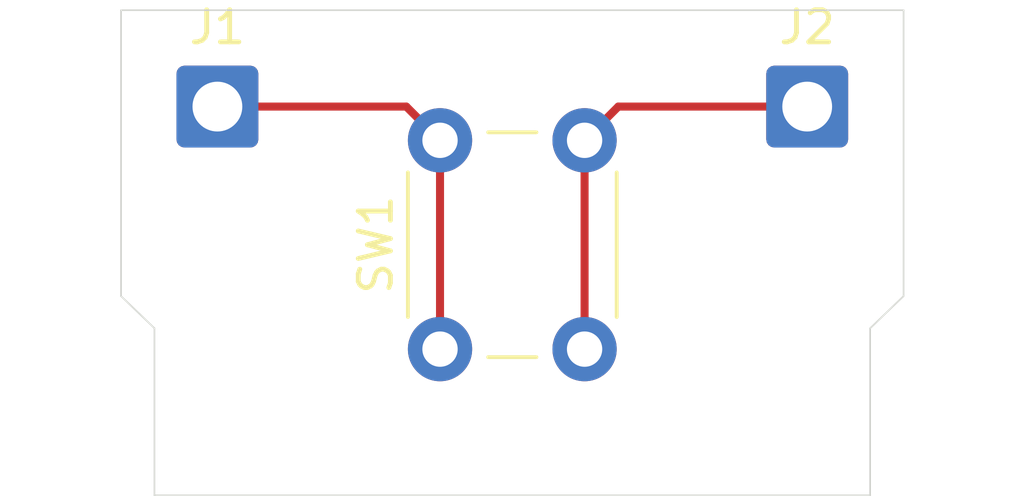
<source format=kicad_pcb>
(kicad_pcb (version 20171130) (host pcbnew "(5.1.10)-1")

  (general
    (thickness 1.6)
    (drawings 8)
    (tracks 6)
    (zones 0)
    (modules 3)
    (nets 3)
  )

  (page A4)
  (layers
    (0 F.Cu signal)
    (31 B.Cu signal)
    (32 B.Adhes user)
    (33 F.Adhes user)
    (34 B.Paste user)
    (35 F.Paste user)
    (36 B.SilkS user)
    (37 F.SilkS user)
    (38 B.Mask user)
    (39 F.Mask user)
    (40 Dwgs.User user)
    (41 Cmts.User user)
    (42 Eco1.User user)
    (43 Eco2.User user)
    (44 Edge.Cuts user)
    (45 Margin user)
    (46 B.CrtYd user)
    (47 F.CrtYd user)
    (48 B.Fab user)
    (49 F.Fab user)
  )

  (setup
    (last_trace_width 0.25)
    (trace_clearance 0.2)
    (zone_clearance 0.508)
    (zone_45_only no)
    (trace_min 0.2)
    (via_size 0.8)
    (via_drill 0.4)
    (via_min_size 0.4)
    (via_min_drill 0.3)
    (uvia_size 0.3)
    (uvia_drill 0.1)
    (uvias_allowed no)
    (uvia_min_size 0.2)
    (uvia_min_drill 0.1)
    (edge_width 0.05)
    (segment_width 0.2)
    (pcb_text_width 0.3)
    (pcb_text_size 1.5 1.5)
    (mod_edge_width 0.12)
    (mod_text_size 1 1)
    (mod_text_width 0.15)
    (pad_size 1.524 1.524)
    (pad_drill 0.762)
    (pad_to_mask_clearance 0)
    (aux_axis_origin 0 0)
    (visible_elements 7FFFFFFF)
    (pcbplotparams
      (layerselection 0x010fc_ffffffff)
      (usegerberextensions false)
      (usegerberattributes true)
      (usegerberadvancedattributes true)
      (creategerberjobfile true)
      (excludeedgelayer true)
      (linewidth 0.100000)
      (plotframeref false)
      (viasonmask false)
      (mode 1)
      (useauxorigin false)
      (hpglpennumber 1)
      (hpglpenspeed 20)
      (hpglpendiameter 15.000000)
      (psnegative false)
      (psa4output false)
      (plotreference true)
      (plotvalue true)
      (plotinvisibletext false)
      (padsonsilk false)
      (subtractmaskfromsilk false)
      (outputformat 1)
      (mirror false)
      (drillshape 1)
      (scaleselection 1)
      (outputdirectory ""))
  )

  (net 0 "")
  (net 1 "Net-(J1-Pad1)")
  (net 2 "Net-(J2-Pad1)")

  (net_class Default "This is the default net class."
    (clearance 0.2)
    (trace_width 0.25)
    (via_dia 0.8)
    (via_drill 0.4)
    (uvia_dia 0.3)
    (uvia_drill 0.1)
    (add_net "Net-(J1-Pad1)")
    (add_net "Net-(J2-Pad1)")
  )

  (module Button_Switch_THT:SW_PUSH_6mm (layer F.Cu) (tedit 5A02FE31) (tstamp 614067FF)
    (at 154.94 98.32 90)
    (descr https://www.omron.com/ecb/products/pdf/en-b3f.pdf)
    (tags "tact sw push 6mm")
    (path /614007A0)
    (fp_text reference SW1 (at 3.25 -2 90) (layer F.SilkS)
      (effects (font (size 1 1) (thickness 0.15)))
    )
    (fp_text value SW_Push (at 3.75 6.7 90) (layer F.Fab)
      (effects (font (size 1 1) (thickness 0.15)))
    )
    (fp_line (start 3.25 -0.75) (end 6.25 -0.75) (layer F.Fab) (width 0.1))
    (fp_line (start 6.25 -0.75) (end 6.25 5.25) (layer F.Fab) (width 0.1))
    (fp_line (start 6.25 5.25) (end 0.25 5.25) (layer F.Fab) (width 0.1))
    (fp_line (start 0.25 5.25) (end 0.25 -0.75) (layer F.Fab) (width 0.1))
    (fp_line (start 0.25 -0.75) (end 3.25 -0.75) (layer F.Fab) (width 0.1))
    (fp_line (start 7.75 6) (end 8 6) (layer F.CrtYd) (width 0.05))
    (fp_line (start 8 6) (end 8 5.75) (layer F.CrtYd) (width 0.05))
    (fp_line (start 7.75 -1.5) (end 8 -1.5) (layer F.CrtYd) (width 0.05))
    (fp_line (start 8 -1.5) (end 8 -1.25) (layer F.CrtYd) (width 0.05))
    (fp_line (start -1.5 -1.25) (end -1.5 -1.5) (layer F.CrtYd) (width 0.05))
    (fp_line (start -1.5 -1.5) (end -1.25 -1.5) (layer F.CrtYd) (width 0.05))
    (fp_line (start -1.5 5.75) (end -1.5 6) (layer F.CrtYd) (width 0.05))
    (fp_line (start -1.5 6) (end -1.25 6) (layer F.CrtYd) (width 0.05))
    (fp_line (start -1.25 -1.5) (end 7.75 -1.5) (layer F.CrtYd) (width 0.05))
    (fp_line (start -1.5 5.75) (end -1.5 -1.25) (layer F.CrtYd) (width 0.05))
    (fp_line (start 7.75 6) (end -1.25 6) (layer F.CrtYd) (width 0.05))
    (fp_line (start 8 -1.25) (end 8 5.75) (layer F.CrtYd) (width 0.05))
    (fp_line (start 1 5.5) (end 5.5 5.5) (layer F.SilkS) (width 0.12))
    (fp_line (start -0.25 1.5) (end -0.25 3) (layer F.SilkS) (width 0.12))
    (fp_line (start 5.5 -1) (end 1 -1) (layer F.SilkS) (width 0.12))
    (fp_line (start 6.75 3) (end 6.75 1.5) (layer F.SilkS) (width 0.12))
    (fp_circle (center 3.25 2.25) (end 1.25 2.5) (layer F.Fab) (width 0.1))
    (fp_text user %R (at 3.25 2.25 90) (layer F.Fab)
      (effects (font (size 1 1) (thickness 0.15)))
    )
    (pad 2 thru_hole circle (at 0 4.5 180) (size 2 2) (drill 1.1) (layers *.Cu *.Mask)
      (net 2 "Net-(J2-Pad1)"))
    (pad 1 thru_hole circle (at 0 0 180) (size 2 2) (drill 1.1) (layers *.Cu *.Mask)
      (net 1 "Net-(J1-Pad1)"))
    (pad 2 thru_hole circle (at 6.5 4.5 180) (size 2 2) (drill 1.1) (layers *.Cu *.Mask)
      (net 2 "Net-(J2-Pad1)"))
    (pad 1 thru_hole circle (at 6.5 0 180) (size 2 2) (drill 1.1) (layers *.Cu *.Mask)
      (net 1 "Net-(J1-Pad1)"))
    (model ${KISYS3DMOD}/Button_Switch_THT.3dshapes/SW_PUSH_6mm.wrl
      (at (xyz 0 0 0))
      (scale (xyz 1 1 1))
      (rotate (xyz 0 0 0))
    )
  )

  (module Connector_Wire:SolderWire-0.75sqmm_1x01_D1.25mm_OD2.3mm (layer F.Cu) (tedit 5EB70B43) (tstamp 6140699F)
    (at 148.01 90.77)
    (descr "Soldered wire connection, for a single 0.75 mm² wire, basic insulation, conductor diameter 1.25mm, outer diameter 2.3mm, size source Multi-Contact FLEXI-E 0.75 (https://ec.staubli.com/AcroFiles/Catalogues/TM_Cab-Main-11014119_(en)_hi.pdf), bend radius 3 times outer diameter, generated with kicad-footprint-generator")
    (tags "connector wire 0.75sqmm")
    (path /614021E2)
    (attr virtual)
    (fp_text reference J1 (at 0 -2.47) (layer F.SilkS)
      (effects (font (size 1 1) (thickness 0.15)))
    )
    (fp_text value Conn_01x01_Male (at 0 2.47) (layer F.Fab)
      (effects (font (size 1 1) (thickness 0.15)))
    )
    (fp_line (start 1.9 -1.78) (end -1.9 -1.78) (layer F.CrtYd) (width 0.05))
    (fp_line (start 1.9 1.78) (end 1.9 -1.78) (layer F.CrtYd) (width 0.05))
    (fp_line (start -1.9 1.78) (end 1.9 1.78) (layer F.CrtYd) (width 0.05))
    (fp_line (start -1.9 -1.78) (end -1.9 1.78) (layer F.CrtYd) (width 0.05))
    (fp_circle (center 0 0) (end 1.15 0) (layer F.Fab) (width 0.1))
    (fp_text user %R (at 0 0) (layer F.Fab)
      (effects (font (size 0.57 0.57) (thickness 0.09)))
    )
    (pad 1 thru_hole roundrect (at 0 0) (size 2.55 2.55) (drill 1.55) (layers *.Cu *.Mask) (roundrect_rratio 0.098039)
      (net 1 "Net-(J1-Pad1)"))
    (model ${KISYS3DMOD}/Connector_Wire.3dshapes/SolderWire-0.75sqmm_1x01_D1.25mm_OD2.3mm.wrl
      (at (xyz 0 0 0))
      (scale (xyz 1 1 1))
      (rotate (xyz 0 0 0))
    )
  )

  (module Connector_Wire:SolderWire-0.75sqmm_1x01_D1.25mm_OD2.3mm (layer F.Cu) (tedit 5EB70B43) (tstamp 614069AA)
    (at 166.37 90.77)
    (descr "Soldered wire connection, for a single 0.75 mm² wire, basic insulation, conductor diameter 1.25mm, outer diameter 2.3mm, size source Multi-Contact FLEXI-E 0.75 (https://ec.staubli.com/AcroFiles/Catalogues/TM_Cab-Main-11014119_(en)_hi.pdf), bend radius 3 times outer diameter, generated with kicad-footprint-generator")
    (tags "connector wire 0.75sqmm")
    (path /61401702)
    (attr virtual)
    (fp_text reference J2 (at 0 -2.47) (layer F.SilkS)
      (effects (font (size 1 1) (thickness 0.15)))
    )
    (fp_text value Conn_01x01_Male (at 0 2.47) (layer F.Fab)
      (effects (font (size 1 1) (thickness 0.15)))
    )
    (fp_circle (center 0 0) (end 1.15 0) (layer F.Fab) (width 0.1))
    (fp_line (start -1.9 -1.78) (end -1.9 1.78) (layer F.CrtYd) (width 0.05))
    (fp_line (start -1.9 1.78) (end 1.9 1.78) (layer F.CrtYd) (width 0.05))
    (fp_line (start 1.9 1.78) (end 1.9 -1.78) (layer F.CrtYd) (width 0.05))
    (fp_line (start 1.9 -1.78) (end -1.9 -1.78) (layer F.CrtYd) (width 0.05))
    (fp_text user %R (at 0 0) (layer F.Fab)
      (effects (font (size 0.57 0.57) (thickness 0.09)))
    )
    (pad 1 thru_hole roundrect (at 0 0) (size 2.55 2.55) (drill 1.55) (layers *.Cu *.Mask) (roundrect_rratio 0.098039)
      (net 2 "Net-(J2-Pad1)"))
    (model ${KISYS3DMOD}/Connector_Wire.3dshapes/SolderWire-0.75sqmm_1x01_D1.25mm_OD2.3mm.wrl
      (at (xyz 0 0 0))
      (scale (xyz 1 1 1))
      (rotate (xyz 0 0 0))
    )
  )

  (gr_line (start 169.37 96.67) (end 169.37 87.77) (layer Edge.Cuts) (width 0.05) (tstamp 61402003))
  (gr_line (start 168.33 97.67) (end 169.37 96.67) (layer Edge.Cuts) (width 0.05) (tstamp 61401FF7))
  (gr_line (start 145.01 96.67) (end 145.01 87.77) (layer Edge.Cuts) (width 0.05) (tstamp 61401FC5))
  (gr_line (start 146.05 97.67) (end 145.01 96.67) (layer Edge.Cuts) (width 0.05) (tstamp 61401FAE))
  (gr_line (start 145.01 87.77) (end 169.37 87.77) (layer Edge.Cuts) (width 0.05) (tstamp 61406A8C))
  (gr_line (start 168.33 102.87) (end 168.33 97.67) (layer Edge.Cuts) (width 0.05))
  (gr_line (start 146.05 102.87) (end 146.05 97.67) (layer Edge.Cuts) (width 0.05))
  (gr_line (start 146.05 102.87) (end 168.33 102.87) (layer Edge.Cuts) (width 0.05))

  (segment (start 153.89 90.77) (end 154.94 91.82) (width 0.25) (layer F.Cu) (net 1))
  (segment (start 148.01 90.77) (end 153.89 90.77) (width 0.25) (layer F.Cu) (net 1))
  (segment (start 154.94 91.82) (end 154.94 98.32) (width 0.25) (layer F.Cu) (net 1))
  (segment (start 160.49 90.77) (end 159.44 91.82) (width 0.25) (layer F.Cu) (net 2))
  (segment (start 166.37 90.77) (end 160.49 90.77) (width 0.25) (layer F.Cu) (net 2))
  (segment (start 159.44 91.82) (end 159.44 98.32) (width 0.25) (layer F.Cu) (net 2))

)

</source>
